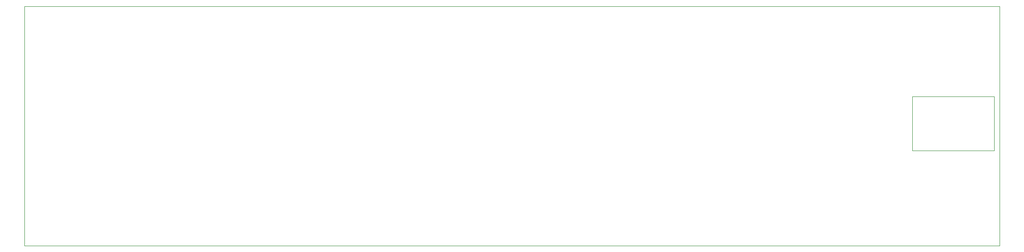
<source format=gbr>
%TF.GenerationSoftware,KiCad,Pcbnew,9.0.3*%
%TF.CreationDate,2025-07-11T23:54:29+00:00*%
%TF.ProjectId,hackpadhahaha,6861636b-7061-4646-9861-686168612e6b,rev?*%
%TF.SameCoordinates,Original*%
%TF.FileFunction,Profile,NP*%
%FSLAX46Y46*%
G04 Gerber Fmt 4.6, Leading zero omitted, Abs format (unit mm)*
G04 Created by KiCad (PCBNEW 9.0.3) date 2025-07-11 23:54:29*
%MOMM*%
%LPD*%
G01*
G04 APERTURE LIST*
%TA.AperFunction,Profile*%
%ADD10C,0.050000*%
%TD*%
%TA.AperFunction,Profile*%
%ADD11C,0.120000*%
%TD*%
G04 APERTURE END LIST*
D10*
X89000000Y-40000000D02*
X271500000Y-40000000D01*
X271500000Y-85000000D01*
X89000000Y-85000000D01*
X89000000Y-40000000D01*
D11*
%TO.C,U1*%
X270480000Y-56960994D02*
X255155189Y-56960994D01*
X255155189Y-56960994D02*
X255155189Y-67120000D01*
X270480000Y-67120000D02*
X270480000Y-56960994D01*
X255155189Y-67120994D02*
X270480000Y-67120994D01*
%TD*%
M02*

</source>
